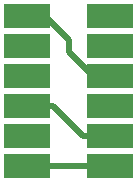
<source format=gbr>
G04 #@! TF.GenerationSoftware,KiCad,Pcbnew,5.1.4*
G04 #@! TF.CreationDate,2019-09-26T11:05:18-04:00*
G04 #@! TF.ProjectId,bluetooth_board,626c7565-746f-46f7-9468-5f626f617264,rev?*
G04 #@! TF.SameCoordinates,PX8442660PY5f8f9f8*
G04 #@! TF.FileFunction,Copper,L2,Bot*
G04 #@! TF.FilePolarity,Positive*
%FSLAX46Y46*%
G04 Gerber Fmt 4.6, Leading zero omitted, Abs format (unit mm)*
G04 Created by KiCad (PCBNEW 5.1.4) date 2019-09-26 11:05:18*
%MOMM*%
%LPD*%
G04 APERTURE LIST*
%ADD10R,4.000000X2.000000*%
%ADD11C,0.500000*%
G04 APERTURE END LIST*
D10*
X9033000Y13783000D03*
X9033000Y11243000D03*
X9033000Y8703000D03*
X9033000Y6163000D03*
X9033000Y3623000D03*
X9033000Y1083000D03*
X2016000Y13783000D03*
X2016000Y11243000D03*
X2016000Y8703000D03*
X2016000Y6163000D03*
X2016000Y3623000D03*
X2016000Y1083000D03*
D11*
X1066000Y1083000D02*
X10066000Y1083000D01*
X2816000Y6163000D02*
X4266002Y6163000D01*
X4266002Y6163000D02*
X6806002Y3623000D01*
X6806002Y3623000D02*
X8316000Y3623000D01*
X1066000Y13783000D02*
X3516002Y13783000D01*
X7615998Y8703000D02*
X5566000Y10752998D01*
X10066000Y8703000D02*
X7615998Y8703000D01*
X5566000Y10752998D02*
X5566000Y11703000D01*
X3516002Y13783000D02*
X5566000Y11733002D01*
M02*

</source>
